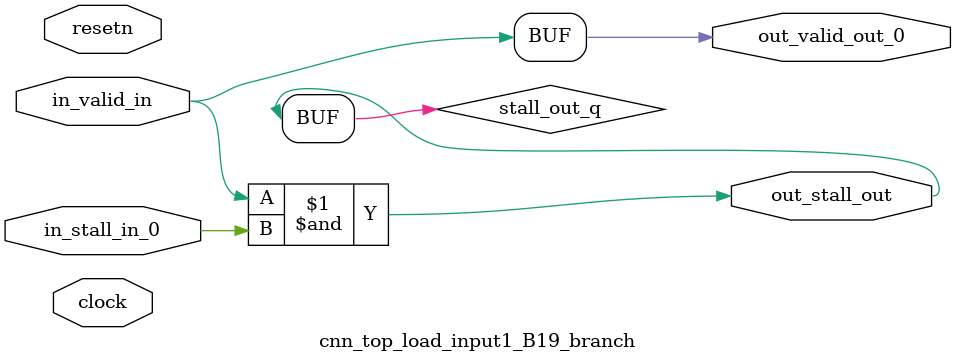
<source format=sv>



(* altera_attribute = "-name AUTO_SHIFT_REGISTER_RECOGNITION OFF; -name MESSAGE_DISABLE 10036; -name MESSAGE_DISABLE 10037; -name MESSAGE_DISABLE 14130; -name MESSAGE_DISABLE 14320; -name MESSAGE_DISABLE 15400; -name MESSAGE_DISABLE 14130; -name MESSAGE_DISABLE 10036; -name MESSAGE_DISABLE 12020; -name MESSAGE_DISABLE 12030; -name MESSAGE_DISABLE 12010; -name MESSAGE_DISABLE 12110; -name MESSAGE_DISABLE 14320; -name MESSAGE_DISABLE 13410; -name MESSAGE_DISABLE 113007; -name MESSAGE_DISABLE 10958" *)
module cnn_top_load_input1_B19_branch (
    input wire [0:0] in_stall_in_0,
    input wire [0:0] in_valid_in,
    output wire [0:0] out_stall_out,
    output wire [0:0] out_valid_out_0,
    input wire clock,
    input wire resetn
    );

    wire [0:0] stall_out_q;


    // stall_out(LOGICAL,6)
    assign stall_out_q = in_valid_in & in_stall_in_0;

    // out_stall_out(GPOUT,4)
    assign out_stall_out = stall_out_q;

    // out_valid_out_0(GPOUT,5)
    assign out_valid_out_0 = in_valid_in;

endmodule

</source>
